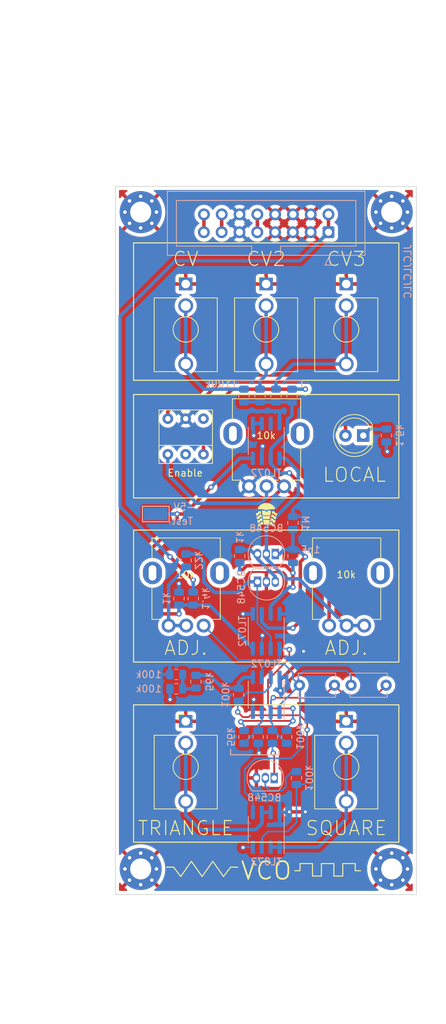
<source format=kicad_pcb>
(kicad_pcb (version 20211014) (generator pcbnew)
  (layers (0 "F.Cu" signal) (31 "B.Cu" signal) (34 "B.Paste" user) (35 "F.Paste" user) (36 "B.SilkS" user "B.Silkscreen") (37 "F.SilkS" user "F.Silkscreen") (38 "B.Mask" user) (39 "F.Mask" user) (44 "Edge.Cuts" user))
  (net 0 "")
  (net 1 "GND")
  (net 2 "Net-(C2-Pad1)")
  (net 3 "Net-(C2-Pad2)")
  (net 4 "Net-(Q1-Pad3)")
  (net 5 "Net-(D1-Pad1)")
  (net 6 "-12V")
  (net 7 "Net-(D1-Pad2)")
  (net 8 "CV")
  (net 9 "TUNE")
  (net 10 "LFO")
  (net 11 "/VIN")
  (net 12 "SQUARE")
  (net 13 "TRIANGLE")
  (net 14 "Net-(R12-Pad2)")
  (net 15 "Net-(Q3-Pad2)")
  (net 16 "unconnected-(U3-Pad7)")
  (net 17 "unconnected-(U3-Pad8)")
  (net 18 "Net-(Q3-Pad1)")
  (net 19 "/MANUAL")
  (net 20 "+5V")
  (net 21 "/-5V")
  (net 22 "Net-(R9-Pad2)")
  (net 23 "/EXPOV")
  (net 24 "Net-(R15-Pad1)")
  (net 25 "Net-(R17-Pad1)")
  (net 26 "Net-(R18-Pad2)")
  (net 27 "Net-(RV1-Pad2)")
  (net 31 "unconnected-(U3-Pad5)")
  (net 32 "Net-(C1-Pad1)")
  (net 33 "Net-(R7-Pad2)")
  (net 34 "Net-(Q2-Pad1)")
  (net 35 "Net-(R2-Pad1)")
  (footprint "MountingHole:MountingHole_3mm_Pad_Via" (layer "F.Cu") (at 94.615 152.4 -90)
    (fp_text reference "H4" hide)
    (fp_text value "MountingHole_Pad" hide)
  )
  (footprint "LIBRARY-8-bit-computer:3.5mm-mono-jack-eurorack-2" (layer "F.Cu") (at 123.939 75.67)
    (fp_text reference "J3" hide)
    (fp_text value "AudioJack2_Ground" hide)
  )
  (footprint "MountingHole:MountingHole_3mm_Pad_Via" (layer "F.Cu") (at 130.429 58.86101 -90)
    (fp_text reference "H2" hide)
    (fp_text value "MountingHole_Pad" hide)
  )
  (footprint "LIBRARY-8-bit-computer:alpha-9mm-potentiometer" (layer "F.Cu") (at 112.509 90.678 90)
    (fp_text reference "RV1" hide)
    (fp_text value "R_Potentiometer_US" hide)
  )
  (footprint "LIBRARY-8-bit-computer:3.5mm-mono-jack-eurorack-2" (layer "F.Cu") (at 101.039 137.954)
    (fp_text reference "J4" hide)
    (fp_text value "AudioJack2_Ground" hide)
  )
  (footprint "Stephenv6:trilobyte-logo-tiny" (layer "F.Cu") (at 112.559 96.012)
    (fp_text reference "REF**" hide)
    (fp_text value "trilobyte-logo-tiny" hide)
  )
  (footprint "LIBRARY-8-bit-computer:alpha-9mm-potentiometer" (layer "F.Cu") (at 123.939 110.507 90)
    (fp_text reference "RV2" hide)
    (fp_text value "R_Potentiometer_US" hide)
  )
  (footprint "LIBRARY-8-bit-computer:3.5mm-mono-jack-eurorack-2" (layer "F.Cu") (at 123.939 137.954)
    (fp_text reference "J5" hide)
    (fp_text value "AudioJack2_Ground" hide)
  )
  (footprint "MountingHole:MountingHole_3mm_Pad_Via" (layer "F.Cu") (at 130.429 152.4 -90)
    (fp_text reference "H1" hide)
    (fp_text value "MountingHole_Pad" hide)
  )
  (footprint "MountingHole:MountingHole_3mm_Pad_Via" (layer "F.Cu") (at 94.615 58.86101 -90)
    (fp_text reference "H3" hide)
    (fp_text value "MountingHole_Pad" hide)
  )
  (footprint "LIBRARY-8-bit-computer:3.5mm-mono-jack-eurorack-2" (layer "F.Cu") (at 112.509 75.67)
    (fp_text reference "J2" hide)
    (fp_text value "AudioJack2_Ground" hide)
  )
  (footprint "LIBRARY-8-bit-computer:3.5mm-mono-jack-eurorack-2" (layer "F.Cu") (at 101.039 75.67)
    (fp_text reference "J1" hide)
    (fp_text value "AudioJack2_Ground" hide)
  )
  (footprint "LIBRARY-8-bit-computer:DPDT-LatchingSwitch-THT" (layer "F.Cu") (at 101.409 85.2585)
    (fp_text reference "SW1" hide)
    (fp_text value "SW_DPDT_x2" hide)
  )
  (footprint "LED_THT:LED_D5.0mm" (layer "F.Cu") (at 126.37 90.678 180)
    (fp_text reference "D1" hide)
    (fp_text value "LED" hide)
  )
  (footprint "LIBRARY-8-bit-computer:alpha-9mm-potentiometer" (layer "F.Cu") (at 101.039 110.507 90)
    (fp_text reference "RV3" hide)
    (fp_text value "R_Potentiometer_US" hide)
  )
  (footprint "LIBRARY-8-bit-computer:IDC-Socket-Eurorack_16p_2.54mm" (layer "B.Cu") (at 112.529 60.452 -90)
    (fp_text reference "U3" hide)
    (fp_text value "Eurorack_IDE_16P" hide)
  )
  (footprint "Capacitor_THT:C_Disc_D5.1mm_W3.2mm_P5.00mm" (layer "B.Cu") (at 122.261 126.238 180)
    (fp_text reference "C2" hide)
    (fp_text value "C" hide)
  )
  (footprint "Package_TO_SOT_THT:TO-92_Inline" (layer "B.Cu") (at 111.279 111.506)
    (fp_text reference "Q2" hide)
    (fp_text value "BC548")
  )
  (footprint "Resistor_SMD:R_0805_2012Metric" (layer "B.Cu") (at 129.667 90.678 -90)
    (fp_text reference "R1" hide)
    (fp_text value "R_Small_US" hide)
  )
  (footprint "Resistor_SMD:R_0805_2012Metric" (layer "B.Cu") (at 101.092 108.458 -90)
    (fp_text reference "R9" hide)
    (fp_text value "R_Small_US" hide)
  )
  (footprint "Resistor_SMD:R_0805_2012Metric" (layer "B.Cu") (at 113.411 133.604 90)
    (fp_text reference "R14" hide)
    (fp_text value "R_Small_US" hide)
  )
  (footprint "Resistor_SMD:R_0805_2012Metric" (layer "B.Cu") (at 111.379 133.604 90)
    (fp_text reference "R13" hide)
    (fp_text value "R_Small_US" hide)
  )
  (footprint "Resistor_SMD:R_0805_2012Metric" (layer "B.Cu") (at 108.739 107.8465 -90)
    (fp_text reference "R7" hide)
    (fp_text value "R_Small_US" hide)
  )
  (footprint "Package_SO:SOIC-8_3.9x4.9mm_P1.27mm" (layer "B.Cu") (at 112.522 118.546 90)
    (fp_text reference "U2" hide)
    (fp_text value "TL072")
  )
  (footprint "Resistor_SMD:R_0805_2012Metric" (layer "B.Cu") (at 102.108 113.8955 -90)
    (fp_text reference "R8" hide)
    (fp_text value "R_Small_US" hide)
  )
  (footprint "Resistor_SMD:R_0805_2012Metric" (layer "B.Cu") (at 102.489 125.73 -90)
    (fp_text reference "R17" hide)
    (fp_text value "R_Small_US" hide)
  )
  (footprint "Capacitor_SMD:C_0805_2012Metric" (layer "B.Cu") (at 116.359 107.8465 -90)
    (fp_text reference "C1" hide)
    (fp_text value "C" hide)
  )
  (footprint "Package_SO:SOIC-8_3.9x4.9mm_P1.27mm" (layer "B.Cu") (at 112.522 91.44 90)
    (fp_text reference "U1" hide)
    (fp_text value "TL072")
  )
  (footprint "Resistor_SMD:R_0805_2012Metric" (layer "B.Cu") (at 116.332 103.124 -90)
    (fp_text reference "R6" hide)
    (fp_text value "R_Small_US" hide)
  )
  (footprint "Package_TO_SOT_THT:TO-92_Inline" (layer "B.Cu") (at 113.665 139.446 180)
    (fp_text reference "Q3" hide)
    (fp_text value "BC548")
  )
  (footprint "Resistor_SMD:R_0805_2012Metric" (layer "B.Cu") (at 113.919 84.9865 90)
    (fp_text reference "R4" hide)
    (fp_text value "R_Small_US" hide)
  )
  (footprint "Resistor_SMD:R_0805_2012Metric" (layer "B.Cu") (at 109.347 84.9865 90)
    (fp_text reference "R2" hide)
    (fp_text value "R_Small_US" hide)
  )
  (footprint "Resistor_SMD:R_0805_2012Metric" (layer "B.Cu") (at 109.347 133.604 -90)
    (fp_text reference "R12" hide)
    (fp_text value "R_Small_US" hide)
  )
  (footprint "Resistor_SMD:R_0805_2012Metric" (layer "B.Cu") (at 99.695 126.746)
    (fp_text reference "R16" hide)
    (fp_text value "R_Small_US" hide)
  )
  (footprint "Resistor_SMD:R_0805_2012Metric" (layer "B.Cu") (at 100.076 113.8955 -90)
    (fp_text reference "R10" hide)
    (fp_text value "R_Small_US" hide)
  )
  (footprint "Package_TO_SOT_THT:TO-92_Inline" (layer "B.Cu") (at 113.819 107.548 180)
    (fp_text reference "Q1" hide)
    (fp_text value "BC548")
  )
  (footprint "Resistor_SMD:R_0805_2012Metric" (layer "B.Cu") (at 108.585 127.596 -90)
    (fp_text reference "R18" hide)
    (fp_text value "R_Small_US" hide)
  )
  (footprint "Package_SO:SOIC-8_3.9x4.9mm_P1.27mm" (layer "B.Cu") (at 112.522 146.812 90)
    (fp_text reference "U5" hide)
    (fp_text value "TL072")
  )
  (footprint "Resistor_SMD:R_0805_2012Metric" (layer "B.Cu") (at 115.443 133.604 -90)
    (fp_text reference "R11" hide)
    (fp_text value "R_Small_US" hide)
  )
  (footprint "Capacitor_THT:C_Disc_D5.1mm_W3.2mm_P5.00mm" (layer "B.Cu") (at 129.627 126.238 180)
    (fp_text reference "C3" hide)
    (fp_text value "C" hide)
  )
  (footprint "Resistor_SMD:R_0805_2012Metric" (layer "B.Cu") (at 116.84 139.446 -90)
    (fp_text reference "R19" hide)
    (fp_text value "R_Small_US" hide)
  )
  (footprint "TestPoint:TestPoint_Keystone_5015_Micro-Minature" (layer "B.Cu") (at 96.774 101.854 180)
    (fp_text reference "TP1" hide)
    (fp_text value "TestPoint" hide)
  )
  (footprint "Resistor_SMD:R_0805_2012Metric" (layer "B.Cu") (at 116.205 84.9865 90)
    (fp_text reference "R5" hide)
    (fp_text value "R_Small_US" hide)
  )
  (footprint "Package_SO:SOIC-8_3.9x4.9mm_P1.27mm" (layer "B.Cu") (at 112.522 127.596 90)
    (fp_text reference "U4" hide)
    (fp_text value "TL072")
  )
  (footprint "Resistor_SMD:R_0805_2012Metric" (layer "B.Cu") (at 111.633 84.9865 90)
    (fp_text reference "R3" hide)
    (fp_text value "R_Small_US" hide)
  )
  (footprint "Resistor_SMD:R_0805_2012Metric" (layer "B.Cu") (at 99.695 124.714 180)
    (fp_text reference "R15" hide)
    (fp_text value "R_Small_US" hide)
  )
  (gr_line (start 107.95 82.804) (end 117.602 82.804) (layer "B.SilkS") (width 0.15))
  (gr_line (start 107.442 136.144) (end 114.3 136.144) (layer "B.SilkS") (width 0.15))
  (gr_line (start 114.3 136.144) (end 114.3 135.636) (layer "B.SilkS") (width 0.15))
  (gr_line (start 117.602 82.804) (end 117.602 83.82) (layer "B.SilkS") (width 0.15))
  (gr_line (start 107.442 136.144) (end 107.442 135.382) (layer "B.SilkS") (width 0.15))
  (gr_line (start 107.95 83.82) (end 107.95 82.804) (layer "B.SilkS") (width 0.15))
  (gr_rect (start 93.599 84.836) (end 131.445 99.568) (layer "F.SilkS") (width 0.15) (fill none))
  (gr_line (start 104.902 151.3205) (end 106.426 153.4795) (layer "F.SilkS") (width 0.15))
  (gr_line (start 99.314 152.146) (end 100.33 153.4795) (layer "F.SilkS") (width 0.15))
  (gr_line (start 125.222 152.654) (end 125.984 152.654) (layer "F.SilkS") (width 0.15))
  (gr_line (start 101.854 151.3205) (end 103.378 153.4795) (layer "F.SilkS") (width 0.15))
  (gr_line (start 117.348 151.638) (end 119.126 151.638) (layer "F.SilkS") (width 0.15))
  (gr_line (start 125.222 151.638) (end 125.222 152.654) (layer "F.SilkS") (width 0.15))
  (gr_rect (start 93.599 129.032) (end 131.445 148.59) (layer "F.SilkS") (width 0.15) (fill none))
  (gr_rect (start 93.599 104.14) (end 131.445 122.936) (layer "F.SilkS") (width 0.15) (fill none))
  (gr_line (start 120.396 153.416) (end 120.396 151.638) (layer "F.SilkS") (width 0.15))
  (gr_line (start 123.444 153.416) (end 123.444 151.638) (layer "F.SilkS") (width 0.15))
  (gr_line (start 122.174 151.638) (end 122.174 153.416) (layer "F.SilkS") (width 0.15))
  (gr_line (start 99.314 152.146) (end 98.298 152.146) (layer "F.SilkS") (width 0.15))
  (gr_line (start 119.126 151.638) (end 119.126 153.416) (layer "F.SilkS") (width 0.15))
  (gr_rect (start 93.599 63.246) (end 131.445 82.804) (layer "F.SilkS") (width 0.15) (fill none))
  (gr_line (start 101.854 151.3205) (end 100.33 153.4795) (layer "F.SilkS") (width 0.15))
  (gr_line (start 123.444 151.638) (end 125.222 151.638) (layer "F.SilkS") (width 0.15))
  (gr_line (start 122.174 153.416) (end 123.444 153.416) (layer "F.SilkS") (width 0.15))
  (gr_line (start 107.442 152.146) (end 106.426 153.4795) (layer "F.SilkS") (width 0.15))
  (gr_line (start 119.126 153.416) (end 120.396 153.416) (layer "F.SilkS") (width 0.15))
  (gr_line (start 104.902 151.3205) (end 103.378 153.4795) (layer "F.SilkS") (width 0.15))
  (gr_line (start 117.348 152.654) (end 117.348 151.638) (layer "F.SilkS") (width 0.15))
  (gr_line (start 116.586 152.654) (end 117.348 152.654) (layer "F.SilkS") (width 0.15))
  (gr_line (start 120.396 151.638) (end 122.174 151.638) (layer "F.SilkS") (width 0.15))
  (gr_line (start 108.458 152.146) (end 107.442 152.146) (layer "F.SilkS") (width 0.15))
  (gr_rect (start 133.941 55.202) (end 91.015 156.04) (layer "Edge.Cuts") (width 0.1) (fill none))
  (gr_text "JLCJLCJLC" (at 132.715 67.31 90) (layer "B.SilkS") (effects (font (size 1 1)) (justify mirror)))
  (gr_text "100k" (at 105.664 83.312) (layer "B.SilkS") (effects (font (size 1 1)) (justify mirror)))
  (gr_text "VCO" (at 112.522 152.654) (layer "F.SilkS") (effects (font (size 2.5 2.5) (thickness 0.25))))
  (via (at 112.014 92.202) (size 0.8) (drill 0.4) (layers "F.Cu" "B.Cu") (net 1))
  (via (at 129.794 92.964) (size 0.8) (drill 0.4) (layers "F.Cu" "B.Cu") (net 1))
  (via (at 111.982476 119.153556) (size 0.8) (drill 0.4) (layers "F.Cu" "B.Cu") (net 1))
  (via (at 109.22 116.078) (size 0.8) (drill 0.4) (layers "F.Cu" "B.Cu") (net 1))
  (via (at 98.806 128.27) (size 0.8) (drill 0.4) (layers "F.Cu" "B.Cu") (net 1))
  (via (at 100.076 111.76) (size 0.8) (drill 0.4) (layers "F.Cu" "B.Cu") (net 1))
  (via (at 110.744 128.27) (size 0.8) (drill 0.4) (layers "F.Cu" "B.Cu") (net 1))
  (via (at 111.506 135.89) (size 0.8) (drill 0.4) (layers "F.Cu" "B.Cu") (net 1))
  (via (at 109.22 149.352) (size 0.8) (drill 0.4) (layers "F.Cu" "B.Cu") (net 1))
  (via (at 110.744 90.678) (size 0.8) (drill 0.4) (layers "F.Cu" "B.Cu") (net 1))
  (segment (start 111.904 121.021) (end 111.904 119.232032) (width 0.25) (layer "B.Cu") (net 1))
  (segment (start 111.934 93.915) (end 111.934 92.282) (width 0.5) (layer "B.Cu") (net 1))
  (segment (start 109.285 149.287) (end 109.22 149.352) (width 0.25) (layer "B.Cu") (net 1))
  (segment (start 129.667 91.5905) (end 129.667 92.837) (width 0.5) (layer "B.Cu") (net 1))
  (segment (start 110.654 128.36) (end 110.744 128.27) (width 0.25) (layer "B.Cu") (net 1))
  (segment (start 111.934 92.282) (end 112.014 92.202) (width 0.5) (layer "B.Cu") (net 1))
  (segment (start 129.667 92.837) (end 129.794 92.964) (width 0.5) (layer "B.Cu") (net 1))
  (segment (start 111.904 119.232032) (end 111.982476 119.153556) (width 0.25) (layer "B.Cu") (net 1))
  (segment (start 110.634 116.071) (end 109.227 116.071) (width 0.5) (layer "B.Cu") (net 1))
  (segment (start 111.934 88.965) (end 110.664 88.965) (width 0.5) (layer "B.Cu") (net 1))
  (segment (start 111.379 135.763) (end 111.506 135.89) (width 0.25) (layer "B.Cu") (net 1))
  (segment (start 109.227 116.071) (end 109.22 116.078) (width 0.5) (layer "B.Cu") (net 1))
  (segment (start 110.664 88.965) (end 110.664 90.598) (width 0.5) (layer "B.Cu") (net 1))
  (segment (start 110.664 90.598) (end 110.744 90.678) (width 0.5) (layer "B.Cu") (net 1))
  (segment (start 111.379 134.5165) (end 111.379 135.763) (width 0.25) (layer "B.Cu") (net 1))
  (segment (start 98.7825 126.746) (end 98.7825 128.2465) (width 0.5) (layer "B.Cu") (net 1))
  (segment (start 100.076 112.983) (end 100.076 111.76) (width 0.5) (layer "B.Cu") (net 1))
  (segment (start 110.654 130.071) (end 110.654 128.36) (width 0.25) (layer "B.Cu") (net 1))
  (segment (start 98.7825 128.2465) (end 98.806 128.27) (width 0.5) (layer "B.Cu") (net 1))
  (segment (start 110.654 149.287) (end 109.285 149.287) (width 0.25) (layer "B.Cu") (net 1))
  (segment (start 127.849 128.016) (end 129.627 126.238) (width 0.25) (layer "F.Cu") (net 2))
  (segment (start 120.483 128.016) (end 122.261 126.238) (width 0.25) (layer "F.Cu") (net 2))
  (segment (start 113.538 128.016) (end 120.483 128.016) (width 0.25) (layer "F.Cu") (net 2))
  (segment (start 122.261 126.238) (end 124.039 128.016) (width 0.25) (layer "F.Cu") (net 2))
  (segment (start 124.039 128.016) (end 127.849 128.016) (width 0.25) (layer "F.Cu") (net 2))
  (via (at 113.538 128.016) (size 0.8) (drill 0.4) (layers "F.Cu" "B.Cu") (net 2))
  (segment (start 113.194 128.36) (end 113.538 128.016) (width 0.25) (layer "B.Cu") (net 2))
  (segment (start 113.411 132.6915) (end 113.618 132.6915) (width 0.25) (layer "B.Cu") (net 2))
  (segment (start 113.194 131.482) (end 113.194 130.071) (width 0.25) (layer "B.Cu") (net 2))
  (segment (start 113.618 132.6915) (end 115.443 134.5165) (width 0.25) (layer "B.Cu") (net 2))
  (segment (start 113.411 132.6915) (end 113.411 131.699) (width 0.25) (layer "B.Cu") (net 2))
  (segment (start 113.411 131.699) (end 113.194 131.482) (width 0.25) (layer "B.Cu") (net 2))
  (segment (start 113.194 130.071) (end 113.194 128.36) (width 0.25) (layer "B.Cu") (net 2))
  (segment (start 117.348 135.382) (end 117.348 126.325) (width 0.25) (layer "B.Cu") (net 3))
  (segment (start 117.094 124.968) (end 117.094 126.071) (width 0.25) (layer "B.Cu") (net 3))
  (segment (start 116.332 124.46) (end 115.062 123.19) (width 0.25) (layer "B.Cu") (net 3))
  (segment (start 117.856 124.206) (end 117.094 124.968) (width 0.25) (layer "B.Cu") (net 3))
  (segment (start 114.464 129.035) (end 114.464 130.071) (width 0.25) (layer "B.Cu") (net 3))
  (segment (start 117.348 126.325) (end 117.261 126.238) (width 0.25) (layer "B.Cu") (net 3))
  (segment (start 124.627 124.881) (end 123.952 124.206) (width 0.25) (layer "B.Cu") (net 3))
  (segment (start 110.998 136.652) (end 116.078 136.652) (width 0.25) (layer "B.Cu") (net 3))
  (segment (start 116.078 136.652) (end 117.348 135.382) (width 0.25) (layer "B.Cu") (net 3))
  (segment (start 111.924 123.788) (end 111.924 125.121) (width 0.25) (layer "B.Cu") (net 3))
  (segment (start 110.654 144.337) (end 110.654 142.658) (width 0.25) (layer "B.Cu") (net 3))
  (segment (start 123.952 124.206) (end 117.856 124.206) (width 0.25) (layer "B.Cu") (net 3))
  (segment (start 117.094 126.071) (end 117.261 126.238) (width 0.25) (layer "B.Cu") (net 3))
  (segment (start 117.261 126.238) (end 116.332 125.309) (width 0.25) (layer "B.Cu") (net 3))
  (segment (start 115.062 123.19) (end 112.522 123.19) (width 0.25) (layer "B.Cu") (net 3))
  (segment (start 109.474 141.478) (end 109.474 138.176) (width 0.25) (layer "B.Cu") (net 3))
  (segment (start 124.627 126.238) (end 124.627 124.881) (width 0.25) (layer "B.Cu") (net 3))
  (segment (start 110.654 142.658) (end 109.474 141.478) (width 0.25) (layer "B.Cu") (net 3))
  (segment (start 117.261 126.238) (end 114.464 129.035) (width 0.25) (layer "B.Cu") (net 3))
  (segment (start 112.522 123.19) (end 111.924 123.788) (width 0.25) (layer "B.Cu") (net 3))
  (segment (start 116.332 125.309) (end 116.332 124.46) (width 0.25) (layer "B.Cu") (net 3))
  (segment (start 109.474 138.176) (end 110.998 136.652) (width 0.25) (layer "B.Cu") (net 3))
  (segment (start 111.279 108.231) (end 111.279 107.548) (width 0.5) (layer "B.Cu") (net 4))
  (segment (start 111.279 107.548) (end 110.85 107.548) (width 0.5) (layer "B.Cu") (net 4))
  (segment (start 110.236 106.934) (end 108.739 106.934) (width 0.5) (layer "B.Cu") (net 4))
  (segment (start 113.819 111.506) (end 113.819 110.771) (width 0.5) (layer "B.Cu") (net 4))
  (segment (start 110.85 107.548) (end 110.236 106.934) (width 0.5) (layer "B.Cu") (net 4))
  (segment (start 113.819 110.771) (end 111.279 108.231) (width 0.5) (layer "B.Cu") (net 4))
  (segment (start 129.667 89.7655) (end 127.2825 89.7655) (width 0.5) (layer "B.Cu") (net 5))
  (segment (start 127.2825 89.7655) (end 126.37 90.678) (width 0.5) (layer "B.Cu") (net 5))
  (segment (start 121.407 61.722) (end 121.407 59.182) (width 0.5) (layer "F.Cu") (net 6))
  (segment (start 102.108 111.252) (end 98.806 107.95) (width 0.5) (layer "F.Cu") (net 6))
  (via (at 102.108 111.252) (size 0.8) (drill 0.4) (layers "F.Cu" "B.Cu") (net 6))
  (via (at 98.806 107.95) (size 0.8) (drill 0.4) (layers "F.Cu" "B.Cu") (net 6))
  (segment (start 117.343 65.786) (end 99.568 65.786) (width 0.5) (layer "B.Cu") (net 6))
  (segment (start 121.407 61.722) (end 117.343 65.786) (width 0.5) (layer "B.Cu") (net 6))
  (segment (start 102.108 111.252) (end 102.108 112.983) (width 0.5) (layer "B.Cu") (net 6))
  (segment (start 91.694 73.66) (end 91.694 100.838) (width 0.5) (layer "B.Cu") (net 6))
  (segment (start 91.694 100.838) (end 98.806 107.95) (width 0.5) (layer "B.Cu") (net 6))
  (segment (start 99.568 65.786) (end 91.694 73.66) (width 0.5) (layer "B.Cu") (net 6))
  (segment (start 123.83 85.73) (end 121.158 83.058) (width 0.5) (layer "F.Cu") (net 7))
  (segment (start 99.822 85.852) (end 98.489 87.185) (width 0.5) (layer "F.Cu") (net 7))
  (segment (start 123.83 90.678) (end 123.83 85.73) (width 0.5) (layer "F.Cu") (net 7))
  (segment (start 105.918 83.058) (end 103.124 85.852) (width 0.5) (layer "F.Cu") (net 7))
  (segment (start 121.158 83.058) (end 105.918 83.058) (width 0.5) (layer "F.Cu") (net 7))
  (segment (start 98.489 87.185) (end 98.489 88.2785) (width 0.5) (layer "F.Cu") (net 7))
  (segment (start 103.124 85.852) (end 99.822 85.852) (width 0.5) (layer "F.Cu") (net 7))
  (segment (start 109.347 84.074) (end 103.632 84.074) (width 0.5) (layer "B.Cu") (net 8))
  (segment (start 101.039 81.481) (end 101.039 80.496) (width 0.5) (layer "B.Cu") (net 8))
  (segment (start 101.039 80.496) (end 101.039 72.196) (width 0.5) (layer "B.Cu") (net 8))
  (segment (start 103.632 84.074) (end 101.039 81.481) (width 0.5) (layer "B.Cu") (net 8))
  (segment (start 112.509 72.196) (end 112.509 80.496) (width 0.5) (layer "B.Cu") (net 9))
  (segment (start 112.509 82.055) (end 111.633 82.931) (width 0.5) (layer "B.Cu") (net 9))
  (segment (start 111.633 82.931) (end 111.633 84.074) (width 0.5) (layer "B.Cu") (net 9))
  (segment (start 112.509 80.496) (end 112.509 82.055) (width 0.5) (layer "B.Cu") (net 9))
  (segment (start 116.354 80.496) (end 123.939 80.496) (width 0.5) (layer "B.Cu") (net 10))
  (segment (start 123.939 80.496) (end 123.939 72.196) (width 0.5) (layer "B.Cu") (net 10))
  (segment (start 113.919 82.931) (end 116.354 80.496) (width 0.5) (layer "B.Cu") (net 10))
  (segment (start 113.919 84.074) (end 113.919 82.931) (width 0.5) (layer "B.Cu") (net 10))
  (segment (start 123.999 117.739) (end 126.499 117.739) (width 0.5) (layer "B.Cu") (net 11))
  (segment (start 123.845375 117.739) (end 117.191876 111.085501) (width 0.5) (layer "B.Cu") (net 11))
  (segment (start 112.549 107.548) (end 112.549 103.605) (width 0.5) (layer "B.Cu") (net 11))
  (segment (start 112.549 108.196688) (end 112.549 107.548) (width 0.5) (layer "B.Cu") (net 11))
  (segment (start 117.094 95.758) (end 115.251 93.915) (width 0.5) (layer "B.Cu") (net 11))
  (segment (start 117.191876 111.085501) (end 115.437813 111.085501) (width 0.5) (layer "B.Cu") (net 11))
  (segment (start 123.999 117.739) (end 123.845375 117.739) (width 0.5) (layer "B.Cu") (net 11))
  (segment (start 115.437813 111.085501) (end 112.549 108.196688) (width 0.5) (layer "B.Cu") (net 11))
  (segment (start 115.251 93.915) (end 114.474 93.915) (width 0.5) (layer "B.Cu") (net 11))
  (segment (start 112.549 103.605) (end 117.094 99.06) (width 0.5) (layer "B.Cu") (net 11))
  (segment (start 117.094 99.06) (end 117.094 95.758) (width 0.5) (layer "B.Cu") (net 11))
  (segment (start 113.194 149.287) (end 114.464 149.287) (width 0.5) (layer "B.Cu") (net 12))
  (segment (start 123.939 145.301) (end 119.953 149.287) (width 0.5) (layer "B.Cu") (net 12))
  (segment (start 123.939 142.78) (end 123.939 145.301) (width 0.5) (layer "B.Cu") (net 12))
  (segment (start 119.953 149.287) (end 114.464 149.287) (width 0.5) (layer "B.Cu") (net 12))
  (segment (start 123.939 134.48) (end 123.939 142.78) (width 0.5) (layer "B.Cu") (net 12))
  (segment (start 111.924 144.337) (end 111.924 145.886) (width 0.5) (layer "B.Cu") (net 13))
  (segment (start 110.998 146.812) (end 103.124 146.812) (width 0.5) (layer "B.Cu") (net 13))
  (segment (start 111.924 145.886) (end 110.998 146.812) (width 0.5) (layer "B.Cu") (net 13))
  (segment (start 101.039 134.48) (end 101.039 142.78) (width 0.5) (layer "B.Cu") (net 13))
  (segment (start 103.124 146.812) (end 101.039 144.727) (width 0.5) (layer "B.Cu") (net 13))
  (segment (start 111.924 144.337) (end 113.194 144.337) (width 0.5) (layer "B.Cu") (net 13))
  (segment (start 101.039 144.727) (end 101.039 142.78) (width 0.5) (layer "B.Cu") (net 13))
  (segment (start 111.1485 132.6915) (end 109.347 134.493) (width 0.25) (layer "B.Cu") (net 14))
  (segment (start 111.379 132.6915) (end 111.379 131.953) (width 0.25) (layer "B.Cu") (net 14))
  (segment (start 109.347 134.493) (end 109.347 134.5165) (width 0.25) (layer "B.Cu") (net 14))
  (segment (start 111.379 132.6915) (end 111.1485 132.6915) (width 0.25) (layer "B.Cu") (net 14))
  (segment (start 111.924 131.408) (end 111.924 130.071) (width 0.25) (layer "B.Cu") (net 14))
  (segment (start 111.379 131.953) (end 111.924 131.408) (width 0.25) (layer "B.Cu") (net 14))
  (segment (start 116.84 138.5335) (end 116.2285 138.5335) (width 0.25) (layer "B.Cu") (net 15))
  (segment (start 116.2285 138.5335) (end 115.316 139.446) (width 0.25) (layer "B.Cu") (net 15))
  (segment (start 115.316 139.446) (end 115.316 140.716) (width 0.25) (layer "B.Cu") (net 15))
  (segment (start 113.03 141.224) (end 112.395 140.589) (width 0.25) (layer "B.Cu") (net 15))
  (segment (start 115.316 140.716) (end 114.808 141.224) (width 0.25) (layer "B.Cu") (net 15))
  (segment (start 114.808 141.224) (end 113.03 141.224) (width 0.25) (layer "B.Cu") (net 15))
  (segment (start 112.395 140.589) (end 112.395 139.446) (width 0.25) (layer "B.Cu") (net 15))
  (segment (start 106.167 61.722) (end 106.167 59.194) (width 0.5) (layer "F.Cu") (net 16))
  (segment (start 106.167 59.194) (end 106.179 59.182) (width 0.5) (layer "F.Cu") (net 16))
  (segment (start 103.639 59.182) (end 103.639 61.71) (width 0.5) (layer "F.Cu") (net 17))
  (segment (start 103.639 61.71) (end 103.627 61.722) (width 0.5) (layer "F.Cu") (net 17))
  (segment (start 113.665 136.017) (end 113.665 139.446) (width 0.25) (layer "F.Cu") (net 18))
  (segment (start 113.538 135.89) (end 113.665 136.017) (width 0.25) (layer "F.Cu") (net 18))
  (via (at 113.538 135.89) (size 0.8) (drill 0.4) (layers "F.Cu" "B.Cu") (net 18))
  (segment (start 113.411 135.763) (end 113.538 135.89) (width 0.25) (layer "B.Cu") (net 18))
  (segment (start 113.411 134.5165) (end 113.411 135.763) (width 0.25) (layer "B.Cu") (net 18))
  (segment (start 103.569 91.249) (end 103.569 93.3585) (width 0.5) (layer "F.Cu") (net 19))
  (segment (start 105.41 86.36) (end 105.41 89.408) (width 0.5) (layer "F.Cu") (net 19))
  (segment (start 107.696 84.074) (end 105.41 86.36) (width 0.5) (layer "F.Cu") (net 19))
  (segment (start 118.11 84.074) (end 107.696 84.074) (width 0.5) (layer "F.Cu") (net 19))
  (segment (start 105.41 89.408) (end 103.569 91.249) (width 0.5) (layer "F.Cu") (net 19))
  (via (at 118.11 84.074) (size 0.8) (drill 0.4) (layers "F.Cu" "B.Cu") (net 19))
  (segment (start 116.205 84.074) (end 118.11 84.074) (width 0.5) (layer "B.Cu") (net 19))
  (segment (start 117.856 122.174) (end 117.856 121.412) (width 0.5) (layer "F.Cu") (net 20))
  (segment (start 115.824 144.272) (end 118.11 144.272) (width 0.5) (layer "F.Cu") (net 20))
  (segment (start 114.554 125.476) (end 117.856 122.174) (width 0.5) (layer "F.Cu") (net 20))
  (segment (start 114.554 127) (end 114.554 125.476) (width 0.5) (layer "F.Cu") (net 20))
  (via (at 114.554 127) (size 0.8) (drill 0.4) (layers "F.Cu" "B.Cu") (net 20))
  (via (at 118.11 144.272) (size 0.8) (drill 0.4) (layers "F.Cu" "B.Cu") (net 20))
  (via (at 117.856 121.412) (size 0.8) (drill 0.4) (layers "F.Cu" "B.Cu") (net 20))
  (via (at 115.824 144.272) (size 0.8) (drill 0.4) (layers "F.Cu" "B.Cu") (net 20))
  (segment (start 114.464 144.337) (end 115.759 144.337) (width 0.5) (layer "B.Cu") (net 20))
  (segment (start 114.444 116.071) (end 115.817 116.071) (width 0.5) (layer "B.Cu") (net 20))
  (segment (start 117.856 118.11) (end 117.856 121.412) (width 0.5) (layer "B.Cu") (net 20))
  (segment (start 114.464 125.121) (end 114.464 126.91) (width 0.5) (layer "B.Cu") (net 20))
  (segment (start 115.817 116.071) (end 117.856 118.11) (width 0.5) (layer "B.Cu") (net 20))
  (segment (start 115.759 144.337) (end 115.824 144.272) (width 0.5) (layer "B.Cu") (net 20))
  (segment (start 114.464 126.91) (end 114.554 127) (width 0.5) (layer "B.Cu") (net 20))
  (segment (start 93.472 114.554) (end 93.472 109.474) (width 0.5) (layer "F.Cu") (net 21))
  (segment (start 100.838 101.854) (end 99.822 101.854) (width 0.5) (layer "F.Cu") (net 21))
  (segment (start 100.076 116.078) (end 94.996 116.078) (width 0.5) (layer "F.Cu") (net 21))
  (segment (start 104.648 98.044) (end 100.838 101.854) (width 0.5) (layer "F.Cu") (net 21))
  (segment (start 94.996 116.078) (end 93.472 114.554) (width 0.5) (layer "F.Cu") (net 21))
  (segment (start 93.472 109.474) (end 99.822 103.124) (width 0.5) (layer "F.Cu") (net 21))
  (segment (start 99.822 103.124) (end 99.822 101.854) (width 0.5) (layer "F.Cu") (net 21))
  (via (at 100.076 116.078) (size 0.8) (drill 0.4) (layers "F.Cu" "B.Cu") (net 21))
  (via (at 99.822 101.854) (size 0.8) (drill 0.4) (layers "F.Cu" "B.Cu") (net 21))
  (via (at 104.648 98.044) (size 0.8) (drill 0.4) (layers "F.Cu" "B.Cu") (net 21))
  (segment (start 100.076 114.808) (end 102.108 114.808) (width 0.5) (layer "B.Cu") (net 21))
  (segment (start 110.664 93.915) (end 108.777 93.915) (width 0.5) (layer "B.Cu") (net 21))
  (segment (start 104.421 114.808) (end 102.108 114.808) (width 0.5) (layer "B.Cu") (net 21))
  (segment (start 110.634 121.021) (end 104.421 114.808) (width 0.5) (layer "B.Cu") (net 21))
  (segment (start 108.777 93.915) (end 104.648 98.044) (width 0.5) (layer "B.Cu") (net 21))
  (segment (start 96.774 101.854) (end 99.822 101.854) (width 0.5) (layer "B.Cu") (net 21))
  (segment (start 100.076 116.078) (end 100.076 114.808) (width 0.5) (layer "B.Cu") (net 21))
  (segment (start 98.599 111.967) (end 101.092 109.474) (width 0.5) (layer "B.Cu") (net 22))
  (segment (start 98.599 117.739) (end 98.599 111.967) (width 0.5) (layer "B.Cu") (net 22))
  (segment (start 101.099 117.739) (end 98.599 117.739) (width 0.5) (layer "B.Cu") (net 22))
  (segment (start 112.776 125.476) (end 112.776 129.032) (width 0.25) (layer "F.Cu") (net 23))
  (segment (start 109.047383 131.318) (end 108.915883 131.4495) (width 0.25) (layer "F.Cu") (net 23))
  (segment (start 113.284 129.54) (end 116.332 129.54) (width 0.25) (layer "F.Cu") (net 23))
  (segment (start 115.824 122.428) (end 112.776 125.476) (width 0.25) (layer "F.Cu") (net 23))
  (segment (start 115.824 121.158) (end 115.824 122.428) (width 0.25) (layer "F.Cu") (net 23))
  (segment (start 116.332 131.318) (end 109.047383 131.318) (width 0.25) (layer "F.Cu") (net 23))
  (segment (start 112.776 129.032) (end 113.284 129.54) (width 0.25) (layer "F.Cu") (net 23))
  (via (at 108.915883 131.4495) (size 0.8) (drill 0.4) (layers "F.Cu" "B.Cu") (net 23))
  (via (at 116.332 131.318) (size 0.8) (drill 0.4) (layers "F.Cu" "B.Cu") (net 23))
  (via (at 115.824 121.158) (size 0.8) (drill 0.4) (layers "F.Cu" "B.Cu") (net 23))
  (via (at 116.332 129.54) (size 0.8) (drill 0.4) (layers "F.Cu" "B.Cu") (net 23))
  (segment (start 108.915883 131.521883) (end 108.915883 131.4495) (width 0.25) (layer "B.Cu") (net 23))
  (segment (start 115.443 132.6915) (end 115.443 132.207) (width 0.25) (layer "B.Cu") (net 23))
  (segment (start 109.347 131.953) (end 108.915883 131.521883) (width 0.25) (layer "B.Cu") (net 23))
  (segment (start 103.599 117.739) (end 108.542 122.682) (width 0.25) (layer "B.Cu") (net 23))
  (segment (start 108.542 122.682) (end 114.046 122.682) (width 0.25) (layer "B.Cu") (net 23))
  (segment (start 114.444 121.021) (end 115.687 121.021) (width 0.25) (layer "B.Cu") (net 23))
  (segment (start 116.332 129.54) (end 116.332 131.318) (width 0.25) (layer "B.Cu") (net 23))
  (segment (start 114.046 122.682) (end 114.444 122.284) (width 0.25) (layer "B.Cu") (net 23))
  (segment (start 115.443 132.207) (end 116.332 131.318) (width 0.25) (layer "B.Cu") (net 23))
  (segment (start 114.444 122.284) (end 114.444 121.021) (width 0.25) (layer "B.Cu") (net 23))
  (segment (start 115.687 121.021) (end 115.824 121.158) (width 0.25) (layer "B.Cu") (net 23))
  (segment (start 109.347 132.6915) (end 109.347 131.953) (width 0.25) (layer "B.Cu") (net 23))
  (segment (start 102.3855 126.746) (end 102.489 126.6425) (width 0.5) (layer "B.Cu") (net 24))
  (segment (start 100.6075 126.746) (end 102.3855 126.746) (width 0.5) (layer "B.Cu") (net 24))
  (segment (start 100.6075 124.714) (end 100.6075 126.746) (width 0.5) (layer "B.Cu") (net 24))
  (segment (start 108.585 125.857) (end 109.321 125.121) (width 0.5) (layer "B.Cu") (net 25))
  (segment (start 106.3635 126.6835) (end 108.585 126.6835) (width 0.5) (layer "B.Cu") (net 25))
  (segment (start 108.585 126.6835) (end 108.585 125.857) (width 0.5) (layer "B.Cu") (net 25))
  (segment (start 104.4975 124.8175) (end 106.3635 126.6835) (width 0.5) (layer "B.Cu") (net 25))
  (segment (start 102.489 124.8175) (end 104.4975 124.8175) (width 0.5) (layer "B.Cu") (net 25))
  (segment (start 109.321 125.121) (end 110.654 125.121) (width 0.5) (layer "B.Cu") (net 25))
  (segment (start 117.310501 130.518501) (end 110.282099 130.518501) (width 0.25) (layer "F.Cu") (net 26))
  (segment (start 118.364 131.572) (end 117.310501 130.518501) (width 0.25) (layer "F.Cu") (net 26))
  (segment (start 110.282099 130.518501) (end 110.028099 130.772501) (width 0.25) (layer "F.Cu") (net 26))
  (segment (start 118.364 132.588) (end 118.364 131.572) (width 0.25) (layer "F.Cu") (net 26))
  (segment (start 110.028099 130.772501) (end 109.182501 130.772501) (width 0.25) (layer "F.Cu") (net 26))
  (segment (start 109.182501 130.772501) (end 108.458 130.048) (width 0.25) (layer "F.Cu") (net 26))
  (via (at 108.458 130.048) (size 0.8) (drill 0.4) (layers "F.Cu" "B.Cu") (net 26))
  (via (at 118.364 132.588) (size 0.8) (drill 0.4) (layers "F.Cu" "B.Cu") (net 26))
  (segment (start 112.776 147.066) (end 115.57 147.066) (width 0.25) (layer "B.Cu") (net 26))
  (segment (start 108.585 128.5085) (end 109.8395 127.254) (width 0.25) (layer "B.Cu") (net 26))
  (segment (start 118.364 139.954) (end 118.364 133.604) (width 0.25) (layer "B.Cu") (net 26))
  (segment (start 116.84 145.796) (end 116.84 140.3585) (width 0.25) (layer "B.Cu") (net 26))
  (segment (start 108.458 128.6355) (end 108.585 128.5085) (width 0.25) (layer "B.Cu") (net 26))
  (segment (start 111.924 149.287) (end 111.924 147.918) (width 0.25) (layer "B.Cu") (net 26))
  (segment (start 112.268 127.254) (end 113.194 126.328) (width 0.25) (layer "B.Cu") (net 26))
  (segment (start 108.458 130.048) (end 108.458 128.6355) (width 0.25) (layer "B.Cu") (net 26))
  (segment (start 111.924 147.918) (end 112.776 147.066) (width 0.25) (layer "B.Cu") (net 26))
  (segment (start 117.9595 140.3585) (end 118.364 139.954) (width 0.25) (layer "B.Cu") (net 26))
  (segment (start 109.8395 127.254) (end 112.268 127.254) (width 0.25) (layer "B.Cu") (net 26))
  (segment (start 115.57 147.066) (end 116.84 145.796) (width 0.25) (layer "B.Cu") (net 26))
  (segment (start 118.364 133.604) (end 118.364 132.588) (width 0.25) (layer "B.Cu") (net 26))
  (segment (start 113.194 126.328) (end 113.194 125.121) (width 0.25) (layer "B.Cu") (net 26))
  (segment (start 116.84 140.3585) (end 117.9595 140.3585) (width 0.25) (layer "B.Cu") (net 26))
  (segment (start 98.489 96.203) (end 98.489 93.3585) (width 0.5) (layer "B.Cu") (net 27))
  (segment (start 112.569 99.521) (end 111.76 100.33) (width 0.5) (layer "B.Cu") (net 27))
  (segment (start 111.76 100.33) (end 102.616 100.33) (width 0.5) (layer "B.Cu") (net 27))
  (segment (start 112.569 97.91) (end 112.569 99.521) (width 0.5) (layer "B.Cu") (net 27))
  (segment (start 102.616 100.33) (end 98.489 96.203) (width 0.5) (layer "B.Cu") (net 27))
  (segment (start 111.259 61.71) (end 111.247 61.722) (width 0.5) (layer "F.Cu") (net 31))
  (segment (start 111.259 59.182) (end 111.259 61.71) (width 0.5) (layer "F.Cu") (net 31))
  (segment (start 117.38948 117.05252) (end 117.38948 108.67052) (width 0.5) (layer "F.Cu") (net 32))
  (segment (start 116.332 118.11) (end 117.38948 117.05252) (width 0.5) (layer "F.Cu") (net 32))
  (segment (start 117.38948 108.67052) (end 118.11 107.95) (width 0.5) (layer "F.Cu") (net 32))
  (via (at 116.332 118.11) (size 0.8) (drill 0.4) (layers "F.Cu" "B.Cu") (net 32))
  (via (at 118.11 107.95) (size 0.8) (drill 0.4) (layers "F.Cu" "B.Cu") (net 32))
  (segment (start 117.0565 106.8965) (end 118.11 107.95) (width 0.5) (layer "B.Cu") (net 32))
  (segment (start 114.448 107.548) (end 115.0995 106.8965) (width 0.5) (layer "B.Cu") (net 32))
  (segment (start 116.359 106.8965) (end 117.0565 106.8965) (width 0.5) (layer "B.Cu") (net 32))
  (segment (start 113.819 107.548) (end 114.448 107.548) (width 0.5) (layer "B.Cu") (net 32))
  (segment (start 116.332 106.8695) (end 116.359 106.8965) (width 0.5) (layer "B.Cu") (net 32))
  (segment (start 115.0995 106.8965) (end 116.359 106.8965) (width 0.5) (layer "B.Cu") (net 32))
  (segment (start 116.332 118.11) (end 112.776 118.11) (width 0.5) (layer "B.Cu") (net 32))
  (segment (start 116.332 104.0365) (end 116.332 106.8695) (width 0.5) (layer "B.Cu") (net 32))
  (segment (start 112.776 118.11) (end 111.904 117.238) (width 0.5) (layer "B.Cu") (net 32))
  (segment (start 111.904 117.238) (end 111.904 116.071) (width 0.5) (layer "B.Cu") (net 32))
  (segment (start 115.316 109.22) (end 116.332 110.236) (width 0.5) (layer "F.Cu") (net 33))
  (segment (start 109.728 109.22) (end 112.014 109.22) (width 0.5) (layer "F.Cu") (net 33))
  (segment (start 108.712 110.236) (end 109.728 109.22) (width 0.5) (layer "F.Cu") (net 33))
  (segment (start 112.014 109.22) (end 115.316 109.22) (width 0.5) (layer "F.Cu") (net 33))
  (segment (start 116.332 112.268) (end 116.332 110.236) (width 0.5) (layer "F.Cu") (net 33))
  (via (at 116.332 112.268) (size 0.8) (drill 0.4) (layers "F.Cu" "B.Cu") (net 33))
  (via (at 116.332 110.236) (size 0.8) (drill 0.4) (layers "F.Cu" "B.Cu") (net 33))
  (via (at 108.712 110.236) (size 0.8) (drill 0.4) (layers "F.Cu" "B.Cu") (net 33))
  (segment (start 108.739 108.759) (end 108.739 110.209) (width 0.5) (layer "B.Cu") (net 33))
  (segment (start 108.739 110.209) (end 108.712 110.236) (width 0.5) (layer "B.Cu") (net 33))
  (segment (start 115.824 112.268) (end 116.332 112.268) (width 0.5) (layer "B.Cu") (net 33))
  (segment (start 116.332 110.236) (end 116.332 108.8235) (width 0.5) (layer "B.Cu") (net 33))
  (segment (start 113.174 114.918) (end 113.792 114.3) (width 0.5) (layer "B.Cu") (net 33))
  (segment (start 113.174 116.071) (end 113.174 114.918) (width 0.5) (layer "B.Cu") (net 33))
  (segment (start 116.332 108.8235) (end 116.359 108.7965) (width 0.5) (layer "B.Cu") (net 33))
  (segment (start 113.792 114.3) (end 115.824 112.268) (width 0.5) (layer "B.Cu") (net 33))
  (segment (start 111.252 111.533) (end 111.279 111.506) (width 0.25) (layer "B.Cu") (net 34))
  (segment (start 102.4655 107.5455) (end 103.632 108.712) (width 0.5) (layer "B.Cu") (net 34))
  (segment (start 103.632 108.712) (end 103.632 111.506) (width 0.5) (layer "B.Cu") (net 34))
  (segment (start 111.252 117.398481) (end 111.252 111.533) (width 0.25) (layer "B.Cu") (net 34))
  (segment (start 113.174 119.320481) (end 111.252 117.398481) (width 0.25) (layer "B.Cu") (net 34))
  (segment (start 101.092 107.5455) (end 102.4655 107.5455) (width 0.5) (layer "B.Cu") (net 34))
  (segment (start 109.982 111.506) (end 111.279 111.506) (width 0.5) (layer "B.Cu") (net 34))
  (segment (start 113.174 121.021) (end 113.174 119.320481) (width 0.25) (layer "B.Cu") (net 34))
  (segment (start 103.632 111.506) (end 105.156 113.03) (width 0.5) (layer "B.Cu") (net 34))
  (segment (start 108.458 113.03) (end 109.982 111.506) (width 0.5) (layer "B.Cu") (net 34))
  (segment (start 105.156 113.03) (end 108.458 113.03) (width 0.5) (layer "B.Cu") (net 34))
  (segment (start 121.499 117.739) (end 121.499 101.687) (width 0.5) (layer "F.Cu") (net 35))
  (segment (start 121.499 101.687) (end 115.824 96.012) (width 0.5) (layer "F.Cu") (net 35))
  (via (at 115.824 96.012) (size 0.8) (drill 0.4) (layers "F.Cu" "B.Cu") (net 35))
  (segment (start 109.347 85.899) (end 116.205 85.899) (width 0.5) (layer "B.Cu") (net 35))
  (segment (start 116.205 85.899) (end 116.205 87.757) (width 0.5) (layer "B.Cu") (net 35))
  (segment (start 116.205 87.757) (end 115.55948 88.40252) (width 0.5) (layer "B.Cu") (net 35))
  (segment (start 114.489019 96.012) (end 115.824 96.012) (width 0.5) (layer "B.Cu") (net 35))
  (segment (start 113.204 94.726981) (end 114.489019 96.012) (width 0.5) (layer "B.Cu") (net 35))
  (segment (start 115.55948 88.40252) (end 115.55948 90.18052) (width 0.5) (layer "B.Cu") (net 35))
  (segment (start 115.55948 90.18052) (end 113.204 92.536) (width 0.5) (layer "B.Cu") (net 35))
  (segment (start 113.204 92.536) (end 113.204 94.726981) (width 0.5) (layer "B.Cu") (net 35))
  (zone (net 1) (net_name "GND") (layer "F.Cu") (connect_pads (clearance 0.508)) (min_thickness 0.254) (fill yes (thermal_gap 0.508) (thermal_bridge_width 0.508))
    (polygon (pts (xy 138.176 174.498) (xy 86.614 174.498) (xy 86.614 40.132) (xy 138.176 40.132)))
  )
  (zone (net 20) (net_name "+5V") (layer "B.Cu") (connect_pads (clearance 0.508)) (min_thickness 0.254) (fill yes (thermal_gap 0.508) (thermal_bridge_width 0.508))
    (polygon (pts (xy 138.176 174.498) (xy 86.614 174.498) (xy 86.614 40.132) (xy 138.176 40.132)))
  )
)
</source>
